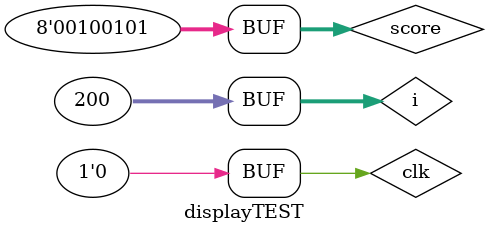
<source format=v>
`timescale 1ns / 1ps


module displayTEST;

	// Inputs
	reg clk;
	reg [7:0] score;

	// Outputs
	wire [3:0] anode;
	wire [7:0] digit_seg;
   integer i;
	// Instantiate the Unit Under Test (UUT)
	display uut (
		.clk(clk), 
		.score(score), 
		.anode(anode), 
		.digit_seg(digit_seg)
	);

	initial begin
		// Initialize Inputs
		clk = 0;
		score = 0;

		// Wait 100 ns for global reset to finish
		#100;
        
		// Add stimulus here
		for(i=0;i<200;i=i+1) begin
		#5;clk=~clk;
		if(i==10) score = 8'h12;
		if(i==20) score = 8'h33;
		if(i==50) score = 8'h87;
		if(i==90) score = 8'h25;
		end

	end
      
endmodule


</source>
